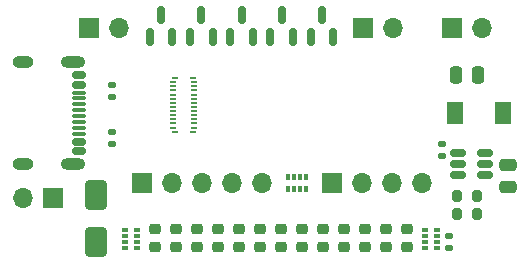
<source format=gts>
G04 #@! TF.GenerationSoftware,KiCad,Pcbnew,9.0.4*
G04 #@! TF.CreationDate,2025-09-01T18:58:27-04:00*
G04 #@! TF.ProjectId,rp24-usb-tester,72703234-2d75-4736-922d-746573746572,v0.3.3*
G04 #@! TF.SameCoordinates,Original*
G04 #@! TF.FileFunction,Soldermask,Top*
G04 #@! TF.FilePolarity,Negative*
%FSLAX46Y46*%
G04 Gerber Fmt 4.6, Leading zero omitted, Abs format (unit mm)*
G04 Created by KiCad (PCBNEW 9.0.4) date 2025-09-01 18:58:27*
%MOMM*%
%LPD*%
G01*
G04 APERTURE LIST*
G04 Aperture macros list*
%AMRoundRect*
0 Rectangle with rounded corners*
0 $1 Rounding radius*
0 $2 $3 $4 $5 $6 $7 $8 $9 X,Y pos of 4 corners*
0 Add a 4 corners polygon primitive as box body*
4,1,4,$2,$3,$4,$5,$6,$7,$8,$9,$2,$3,0*
0 Add four circle primitives for the rounded corners*
1,1,$1+$1,$2,$3*
1,1,$1+$1,$4,$5*
1,1,$1+$1,$6,$7*
1,1,$1+$1,$8,$9*
0 Add four rect primitives between the rounded corners*
20,1,$1+$1,$2,$3,$4,$5,0*
20,1,$1+$1,$4,$5,$6,$7,0*
20,1,$1+$1,$6,$7,$8,$9,0*
20,1,$1+$1,$8,$9,$2,$3,0*%
G04 Aperture macros list end*
%ADD10R,1.700000X1.700000*%
%ADD11O,1.700000X1.700000*%
%ADD12RoundRect,0.218750X0.256250X-0.218750X0.256250X0.218750X-0.256250X0.218750X-0.256250X-0.218750X0*%
%ADD13R,0.490000X0.180000*%
%ADD14R,0.540000X0.230000*%
%ADD15RoundRect,0.150000X0.150000X-0.587500X0.150000X0.587500X-0.150000X0.587500X-0.150000X-0.587500X0*%
%ADD16RoundRect,0.200000X-0.200000X-0.275000X0.200000X-0.275000X0.200000X0.275000X-0.200000X0.275000X0*%
%ADD17R,0.500000X0.320000*%
%ADD18RoundRect,0.250000X0.650000X-1.000000X0.650000X1.000000X-0.650000X1.000000X-0.650000X-1.000000X0*%
%ADD19RoundRect,0.135000X0.185000X-0.135000X0.185000X0.135000X-0.185000X0.135000X-0.185000X-0.135000X0*%
%ADD20RoundRect,0.150000X-0.512500X-0.150000X0.512500X-0.150000X0.512500X0.150000X-0.512500X0.150000X0*%
%ADD21RoundRect,0.250000X-0.250000X-0.475000X0.250000X-0.475000X0.250000X0.475000X-0.250000X0.475000X0*%
%ADD22RoundRect,0.140000X0.170000X-0.140000X0.170000X0.140000X-0.170000X0.140000X-0.170000X-0.140000X0*%
%ADD23RoundRect,0.150000X-0.425000X0.150000X-0.425000X-0.150000X0.425000X-0.150000X0.425000X0.150000X0*%
%ADD24RoundRect,0.075000X-0.500000X0.075000X-0.500000X-0.075000X0.500000X-0.075000X0.500000X0.075000X0*%
%ADD25O,2.100000X1.000000*%
%ADD26O,1.800000X1.000000*%
%ADD27R,1.400000X1.900000*%
%ADD28R,0.320000X0.500000*%
%ADD29RoundRect,0.250000X-0.475000X0.250000X-0.475000X-0.250000X0.475000X-0.250000X0.475000X0.250000X0*%
G04 APERTURE END LIST*
D10*
G04 #@! TO.C,J6*
X12540000Y-16600000D03*
D11*
X15080000Y-16600000D03*
X17620000Y-16600000D03*
X20160000Y-16600000D03*
X22700000Y-16600000D03*
G04 #@! TD*
D12*
G04 #@! TO.C,D11*
X31462960Y-22062500D03*
X31462960Y-20487500D03*
G04 #@! TD*
D13*
G04 #@! TO.C,J4*
X17010000Y-8070000D03*
X17010000Y-8420000D03*
X17010000Y-8770000D03*
X17010000Y-9120000D03*
X17010000Y-9470000D03*
X17010000Y-9820000D03*
X17010000Y-10170000D03*
X17010000Y-10520000D03*
X17010000Y-10870000D03*
X17010000Y-11220000D03*
X17010000Y-11570000D03*
X17010000Y-11920000D03*
X15190000Y-11920000D03*
X15190000Y-11570000D03*
X15190000Y-11220000D03*
X15190000Y-10870000D03*
X15190000Y-10520000D03*
X15190000Y-10170000D03*
X15190000Y-9820000D03*
X15190000Y-9470000D03*
X15190000Y-9120000D03*
X15190000Y-8770000D03*
X15190000Y-8420000D03*
X15190000Y-8070000D03*
D14*
X16870000Y-7700000D03*
X15330000Y-7700000D03*
X16870000Y-12300000D03*
X15330000Y-12300000D03*
G04 #@! TD*
D15*
G04 #@! TO.C,Q1*
X13250000Y-4237500D03*
X15150000Y-4237500D03*
X14200000Y-2362500D03*
G04 #@! TD*
D10*
G04 #@! TO.C,J5*
X8125000Y-3500000D03*
D11*
X10665000Y-3500000D03*
G04 #@! TD*
D10*
G04 #@! TO.C,J7*
X38825000Y-3500000D03*
D11*
X41365000Y-3500000D03*
G04 #@! TD*
D12*
G04 #@! TO.C,D6*
X22556480Y-22062500D03*
X22556480Y-20487500D03*
G04 #@! TD*
D16*
G04 #@! TO.C,R3*
X39275000Y-17700000D03*
X40925000Y-17700000D03*
G04 #@! TD*
D17*
G04 #@! TO.C,RN1*
X11150000Y-20575000D03*
X11150000Y-21075000D03*
X11150000Y-21575000D03*
X11150000Y-22075000D03*
X12150000Y-22075000D03*
X12150000Y-21575000D03*
X12150000Y-21075000D03*
X12150000Y-20575000D03*
G04 #@! TD*
D12*
G04 #@! TO.C,D5*
X20775184Y-22062500D03*
X20775184Y-20487500D03*
G04 #@! TD*
G04 #@! TO.C,D12*
X33244256Y-22062500D03*
X33244256Y-20487500D03*
G04 #@! TD*
D18*
G04 #@! TO.C,D13*
X8700000Y-21600000D03*
X8700000Y-17600000D03*
G04 #@! TD*
D15*
G04 #@! TO.C,Q4*
X23450000Y-4237500D03*
X25350000Y-4237500D03*
X24400000Y-2362500D03*
G04 #@! TD*
D19*
G04 #@! TO.C,R2*
X10000000Y-13310000D03*
X10000000Y-12290000D03*
G04 #@! TD*
D15*
G04 #@! TO.C,Q2*
X16650000Y-4237500D03*
X18550000Y-4237500D03*
X17600000Y-2362500D03*
G04 #@! TD*
G04 #@! TO.C,Q3*
X20050000Y-4237500D03*
X21950000Y-4237500D03*
X21000000Y-2362500D03*
G04 #@! TD*
D12*
G04 #@! TO.C,D7*
X24337776Y-22062500D03*
X24337776Y-20487500D03*
G04 #@! TD*
G04 #@! TO.C,D1*
X13650000Y-22062500D03*
X13650000Y-20487500D03*
G04 #@! TD*
D20*
G04 #@! TO.C,U1*
X39362500Y-14050000D03*
X39362500Y-15000000D03*
X39362500Y-15950000D03*
X41637500Y-15950000D03*
X41637500Y-15000000D03*
X41637500Y-14050000D03*
G04 #@! TD*
D12*
G04 #@! TO.C,D4*
X18993888Y-22062500D03*
X18993888Y-20487500D03*
G04 #@! TD*
D21*
G04 #@! TO.C,C3*
X39150000Y-7500000D03*
X41050000Y-7500000D03*
G04 #@! TD*
D19*
G04 #@! TO.C,R1*
X10000000Y-9310000D03*
X10000000Y-8290000D03*
G04 #@! TD*
D10*
G04 #@! TO.C,J1*
X5075000Y-17900000D03*
D11*
X2535000Y-17900000D03*
G04 #@! TD*
D17*
G04 #@! TO.C,RN3*
X37550000Y-22075000D03*
X37550000Y-21575000D03*
X37550000Y-21075000D03*
X37550000Y-20575000D03*
X36550000Y-20575000D03*
X36550000Y-21075000D03*
X36550000Y-21575000D03*
X36550000Y-22075000D03*
G04 #@! TD*
D22*
G04 #@! TO.C,C2*
X37941172Y-14296153D03*
X37941172Y-13336153D03*
G04 #@! TD*
D12*
G04 #@! TO.C,D2*
X15431296Y-22062500D03*
X15431296Y-20487500D03*
G04 #@! TD*
D23*
G04 #@! TO.C,P1*
X7275000Y-7500000D03*
X7275000Y-8300000D03*
D24*
X7275000Y-9450000D03*
X7275000Y-10450000D03*
X7275000Y-10950000D03*
X7275000Y-11950000D03*
D23*
X7275000Y-13100000D03*
X7275000Y-13900000D03*
X7275000Y-13900000D03*
X7275000Y-13100000D03*
D24*
X7275000Y-12450000D03*
X7275000Y-11450000D03*
X7275000Y-9950000D03*
X7275000Y-8950000D03*
D23*
X7275000Y-8300000D03*
X7275000Y-7500000D03*
D25*
X6700000Y-6380000D03*
D26*
X2520000Y-6380000D03*
D25*
X6700000Y-15020000D03*
D26*
X2520000Y-15020000D03*
G04 #@! TD*
D12*
G04 #@! TO.C,D3*
X17212592Y-22062500D03*
X17212592Y-20487500D03*
G04 #@! TD*
D27*
G04 #@! TO.C,L1*
X43130000Y-10700000D03*
X39070000Y-10700000D03*
G04 #@! TD*
D10*
G04 #@! TO.C,J3*
X31300000Y-3500000D03*
D11*
X33840000Y-3500000D03*
G04 #@! TD*
D15*
G04 #@! TO.C,Q5*
X26850000Y-4237500D03*
X28750000Y-4237500D03*
X27800000Y-2362500D03*
G04 #@! TD*
D12*
G04 #@! TO.C,D14*
X35025556Y-22062500D03*
X35025556Y-20487500D03*
G04 #@! TD*
D19*
G04 #@! TO.C,R5*
X38600000Y-22110000D03*
X38600000Y-21090000D03*
G04 #@! TD*
D28*
G04 #@! TO.C,RN2*
X26450000Y-16089478D03*
X25950000Y-16089478D03*
X25450000Y-16089478D03*
X24950000Y-16089478D03*
X24950000Y-17089478D03*
X25450000Y-17089478D03*
X25950000Y-17089478D03*
X26450000Y-17089478D03*
G04 #@! TD*
D29*
G04 #@! TO.C,C1*
X43600000Y-15050000D03*
X43600000Y-16950000D03*
G04 #@! TD*
D12*
G04 #@! TO.C,D8*
X26119072Y-22062500D03*
X26119072Y-20487500D03*
G04 #@! TD*
D16*
G04 #@! TO.C,R4*
X39275000Y-19200000D03*
X40925000Y-19200000D03*
G04 #@! TD*
D12*
G04 #@! TO.C,D10*
X29681664Y-22062500D03*
X29681664Y-20487500D03*
G04 #@! TD*
G04 #@! TO.C,D9*
X27900368Y-22062500D03*
X27900368Y-20487500D03*
G04 #@! TD*
D10*
G04 #@! TO.C,J2*
X28700000Y-16600000D03*
D11*
X31240000Y-16600000D03*
X33780000Y-16600000D03*
X36320000Y-16600000D03*
G04 #@! TD*
M02*

</source>
